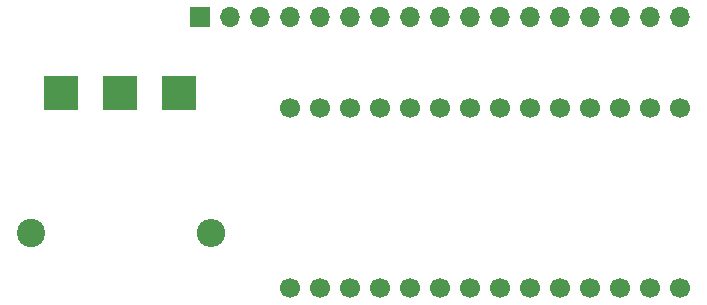
<source format=gbr>
%TF.GenerationSoftware,KiCad,Pcbnew,7.0.7*%
%TF.CreationDate,2024-05-09T15:43:51-04:00*%
%TF.ProjectId,ButtonArray,42757474-6f6e-4417-9272-61792e6b6963,rev?*%
%TF.SameCoordinates,Original*%
%TF.FileFunction,Copper,L1,Top*%
%TF.FilePolarity,Positive*%
%FSLAX46Y46*%
G04 Gerber Fmt 4.6, Leading zero omitted, Abs format (unit mm)*
G04 Created by KiCad (PCBNEW 7.0.7) date 2024-05-09 15:43:51*
%MOMM*%
%LPD*%
G01*
G04 APERTURE LIST*
%TA.AperFunction,ComponentPad*%
%ADD10C,1.700000*%
%TD*%
%TA.AperFunction,ComponentPad*%
%ADD11R,1.700000X1.700000*%
%TD*%
%TA.AperFunction,ComponentPad*%
%ADD12O,1.700000X1.700000*%
%TD*%
%TA.AperFunction,ComponentPad*%
%ADD13R,3.000000X3.000000*%
%TD*%
%TA.AperFunction,ComponentPad*%
%ADD14C,2.400000*%
%TD*%
%TA.AperFunction,ComponentPad*%
%ADD15O,2.400000X2.400000*%
%TD*%
G04 APERTURE END LIST*
D10*
%TO.P,J2,1,Pin_1*%
%TO.N,Net-(J2-Pin_1)*%
X59500000Y-42020000D03*
%TO.P,J2,2,Pin_2*%
%TO.N,+3.3V*%
X59500000Y-57260000D03*
%TO.P,J2,3,Pin_3*%
%TO.N,Net-(J2-Pin_3)*%
X62040000Y-42020000D03*
%TO.P,J2,4,Pin_4*%
%TO.N,+3.3V*%
X62040000Y-57260000D03*
%TO.P,J2,5,Pin_5*%
%TO.N,Net-(J2-Pin_5)*%
X64580000Y-42020000D03*
%TO.P,J2,6,Pin_6*%
%TO.N,+3.3V*%
X64580000Y-57260000D03*
%TO.P,J2,7,Pin_7*%
%TO.N,Net-(J2-Pin_7)*%
X67120000Y-42020000D03*
%TO.P,J2,8,Pin_8*%
%TO.N,+3.3V*%
X67120000Y-57260000D03*
%TO.P,J2,9,Pin_9*%
%TO.N,Net-(J2-Pin_9)*%
X69660000Y-42020000D03*
%TO.P,J2,10,Pin_10*%
%TO.N,+3.3V*%
X69660000Y-57260000D03*
%TO.P,J2,11,Pin_11*%
%TO.N,Net-(J2-Pin_11)*%
X72200000Y-42020000D03*
%TO.P,J2,12,Pin_12*%
%TO.N,+3.3V*%
X72200000Y-57260000D03*
%TO.P,J2,13,Pin_13*%
%TO.N,Net-(J2-Pin_13)*%
X74740000Y-42020000D03*
%TO.P,J2,14,Pin_14*%
%TO.N,+3.3V*%
X74740000Y-57260000D03*
%TO.P,J2,15,Pin_15*%
%TO.N,Net-(J2-Pin_15)*%
X77280000Y-42020000D03*
%TO.P,J2,16,Pin_16*%
%TO.N,+3.3V*%
X77280000Y-57260000D03*
%TO.P,J2,17,Pin_17*%
%TO.N,Net-(J2-Pin_17)*%
X79820000Y-42020000D03*
%TO.P,J2,18,Pin_18*%
%TO.N,+3.3V*%
X79820000Y-57260000D03*
%TO.P,J2,19,Pin_19*%
%TO.N,Net-(J2-Pin_19)*%
X82360000Y-42020000D03*
%TO.P,J2,20,Pin_20*%
%TO.N,+3.3V*%
X82360000Y-57260000D03*
%TO.P,J2,21,Pin_21*%
%TO.N,Net-(J2-Pin_21)*%
X84900000Y-42020000D03*
%TO.P,J2,22,Pin_22*%
%TO.N,+3.3V*%
X84900000Y-57260000D03*
%TO.P,J2,23,Pin_23*%
%TO.N,Net-(J2-Pin_23)*%
X87440000Y-42020000D03*
%TO.P,J2,24,Pin_24*%
%TO.N,+3.3V*%
X87440000Y-57260000D03*
%TO.P,J2,25,Pin_25*%
%TO.N,Net-(J2-Pin_25)*%
X89980000Y-42020000D03*
%TO.P,J2,26,Pin_26*%
%TO.N,+3.3V*%
X89980000Y-57260000D03*
%TO.P,J2,27,Pin_27*%
%TO.N,Net-(J2-Pin_27)*%
X92520000Y-42020000D03*
%TO.P,J2,28,Pin_28*%
%TO.N,+3.3V*%
X92520000Y-57260000D03*
%TD*%
D11*
%TO.P,J4,1,Pin_1*%
%TO.N,Net-(J3-Pin_1)*%
X51910000Y-34350000D03*
D12*
%TO.P,J4,2,Pin_2*%
%TO.N,+3.3V*%
X54450000Y-34350000D03*
%TO.P,J4,3,Pin_3*%
%TO.N,Net-(J3-Pin_2)*%
X56990000Y-34350000D03*
%TO.P,J4,4,Pin_4*%
%TO.N,Net-(J2-Pin_1)*%
X59530000Y-34350000D03*
%TO.P,J4,5,Pin_5*%
%TO.N,Net-(J2-Pin_3)*%
X62070000Y-34350000D03*
%TO.P,J4,6,Pin_6*%
%TO.N,Net-(J2-Pin_5)*%
X64610000Y-34350000D03*
%TO.P,J4,7,Pin_7*%
%TO.N,Net-(J2-Pin_7)*%
X67150000Y-34350000D03*
%TO.P,J4,8,Pin_8*%
%TO.N,Net-(J2-Pin_9)*%
X69690000Y-34350000D03*
%TO.P,J4,9,Pin_9*%
%TO.N,Net-(J2-Pin_11)*%
X72230000Y-34350000D03*
%TO.P,J4,10,Pin_10*%
%TO.N,Net-(J2-Pin_13)*%
X74770000Y-34350000D03*
%TO.P,J4,11,Pin_11*%
%TO.N,Net-(J2-Pin_15)*%
X77310000Y-34350000D03*
%TO.P,J4,12,Pin_12*%
%TO.N,Net-(J2-Pin_17)*%
X79850000Y-34350000D03*
%TO.P,J4,13,Pin_13*%
%TO.N,Net-(J2-Pin_19)*%
X82390000Y-34350000D03*
%TO.P,J4,14,Pin_14*%
%TO.N,Net-(J2-Pin_21)*%
X84930000Y-34350000D03*
%TO.P,J4,15,Pin_15*%
%TO.N,Net-(J2-Pin_23)*%
X87470000Y-34350000D03*
%TO.P,J4,16,Pin_16*%
%TO.N,Net-(J2-Pin_25)*%
X90010000Y-34350000D03*
%TO.P,J4,17,Pin_17*%
%TO.N,Net-(J2-Pin_27)*%
X92550000Y-34350000D03*
%TD*%
D13*
%TO.P,J3,1,Pin_1*%
%TO.N,Net-(J3-Pin_1)*%
X40110000Y-40770000D03*
%TO.P,J3,2,Pin_2*%
%TO.N,Net-(J3-Pin_2)*%
X45110000Y-40770000D03*
%TO.P,J3,3,Pin_3*%
%TO.N,unconnected-(J3-Pin_3-Pad3)*%
X50110000Y-40770000D03*
%TD*%
D14*
%TO.P,R1,1*%
%TO.N,Net-(J3-Pin_2)*%
X37590000Y-52640000D03*
D15*
%TO.P,R1,2*%
%TO.N,+3.3V*%
X52830000Y-52640000D03*
%TD*%
M02*

</source>
